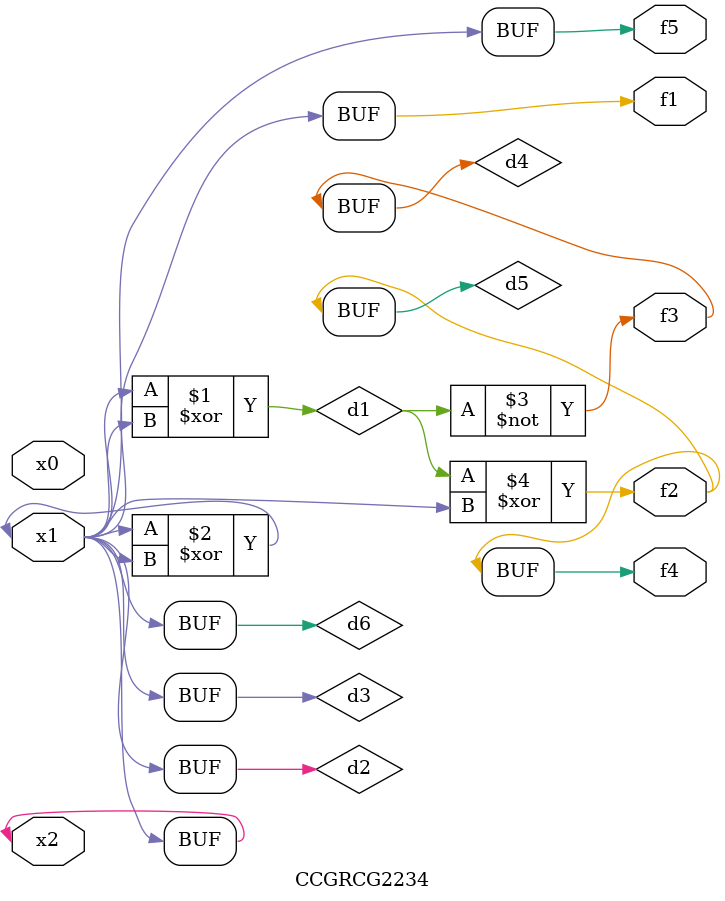
<source format=v>
module CCGRCG2234(
	input x0, x1, x2,
	output f1, f2, f3, f4, f5
);

	wire d1, d2, d3, d4, d5, d6;

	xor (d1, x1, x2);
	buf (d2, x1, x2);
	xor (d3, x1, x2);
	nor (d4, d1);
	xor (d5, d1, d2);
	buf (d6, d2, d3);
	assign f1 = d6;
	assign f2 = d5;
	assign f3 = d4;
	assign f4 = d5;
	assign f5 = d6;
endmodule

</source>
